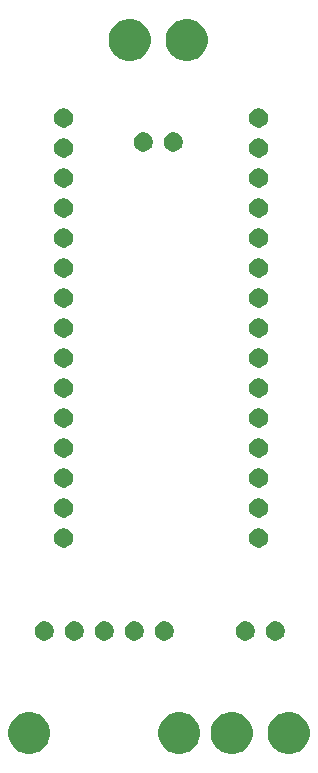
<source format=gbr>
G04 #@! TF.GenerationSoftware,KiCad,Pcbnew,(5.1.2)-1*
G04 #@! TF.CreationDate,2020-03-02T19:29:20-06:00*
G04 #@! TF.ProjectId,NanoBreakoutBoard_Rev1_2020,4e616e6f-4272-4656-916b-6f7574426f61,rev?*
G04 #@! TF.SameCoordinates,Original*
G04 #@! TF.FileFunction,Soldermask,Top*
G04 #@! TF.FilePolarity,Negative*
%FSLAX46Y46*%
G04 Gerber Fmt 4.6, Leading zero omitted, Abs format (unit mm)*
G04 Created by KiCad (PCBNEW (5.1.2)-1) date 2020-03-02 19:29:20*
%MOMM*%
%LPD*%
G04 APERTURE LIST*
%ADD10C,0.100000*%
G04 APERTURE END LIST*
D10*
G36*
X167779039Y-141552250D02*
G01*
X167968372Y-141630675D01*
X168102251Y-141686129D01*
X168393134Y-141880491D01*
X168640509Y-142127866D01*
X168834871Y-142418749D01*
X168834871Y-142418750D01*
X168968750Y-142741961D01*
X169037000Y-143085078D01*
X169037000Y-143434922D01*
X168968750Y-143778039D01*
X168890325Y-143967372D01*
X168834871Y-144101251D01*
X168640509Y-144392134D01*
X168393134Y-144639509D01*
X168102251Y-144833871D01*
X167968372Y-144889325D01*
X167779039Y-144967750D01*
X167435922Y-145036000D01*
X167086078Y-145036000D01*
X166742961Y-144967750D01*
X166553628Y-144889325D01*
X166419749Y-144833871D01*
X166128866Y-144639509D01*
X165881491Y-144392134D01*
X165687129Y-144101251D01*
X165631675Y-143967372D01*
X165553250Y-143778039D01*
X165485000Y-143434922D01*
X165485000Y-143085078D01*
X165553250Y-142741961D01*
X165687129Y-142418750D01*
X165687129Y-142418749D01*
X165881491Y-142127866D01*
X166128866Y-141880491D01*
X166419749Y-141686129D01*
X166553628Y-141630675D01*
X166742961Y-141552250D01*
X167086078Y-141484000D01*
X167435922Y-141484000D01*
X167779039Y-141552250D01*
X167779039Y-141552250D01*
G37*
G36*
X162951039Y-141548250D02*
G01*
X163140372Y-141626675D01*
X163274251Y-141682129D01*
X163565134Y-141876491D01*
X163812509Y-142123866D01*
X164006871Y-142414749D01*
X164008528Y-142418750D01*
X164140750Y-142737961D01*
X164209000Y-143081078D01*
X164209000Y-143430922D01*
X164140750Y-143774039D01*
X164062325Y-143963372D01*
X164006871Y-144097251D01*
X163812509Y-144388134D01*
X163565134Y-144635509D01*
X163274251Y-144829871D01*
X163140372Y-144885325D01*
X162951039Y-144963750D01*
X162607922Y-145032000D01*
X162258078Y-145032000D01*
X161914961Y-144963750D01*
X161725628Y-144885325D01*
X161591749Y-144829871D01*
X161300866Y-144635509D01*
X161053491Y-144388134D01*
X160859129Y-144097251D01*
X160803675Y-143963372D01*
X160725250Y-143774039D01*
X160657000Y-143430922D01*
X160657000Y-143081078D01*
X160725250Y-142737961D01*
X160857472Y-142418750D01*
X160859129Y-142414749D01*
X161053491Y-142123866D01*
X161300866Y-141876491D01*
X161591749Y-141682129D01*
X161725628Y-141626675D01*
X161914961Y-141548250D01*
X162258078Y-141480000D01*
X162607922Y-141480000D01*
X162951039Y-141548250D01*
X162951039Y-141548250D01*
G37*
G36*
X145806039Y-141548250D02*
G01*
X145995372Y-141626675D01*
X146129251Y-141682129D01*
X146420134Y-141876491D01*
X146667509Y-142123866D01*
X146861871Y-142414749D01*
X146863528Y-142418750D01*
X146995750Y-142737961D01*
X147064000Y-143081078D01*
X147064000Y-143430922D01*
X146995750Y-143774039D01*
X146917325Y-143963372D01*
X146861871Y-144097251D01*
X146667509Y-144388134D01*
X146420134Y-144635509D01*
X146129251Y-144829871D01*
X145995372Y-144885325D01*
X145806039Y-144963750D01*
X145462922Y-145032000D01*
X145113078Y-145032000D01*
X144769961Y-144963750D01*
X144580628Y-144885325D01*
X144446749Y-144829871D01*
X144155866Y-144635509D01*
X143908491Y-144388134D01*
X143714129Y-144097251D01*
X143658675Y-143963372D01*
X143580250Y-143774039D01*
X143512000Y-143430922D01*
X143512000Y-143081078D01*
X143580250Y-142737961D01*
X143712472Y-142418750D01*
X143714129Y-142414749D01*
X143908491Y-142123866D01*
X144155866Y-141876491D01*
X144446749Y-141682129D01*
X144580628Y-141626675D01*
X144769961Y-141548250D01*
X145113078Y-141480000D01*
X145462922Y-141480000D01*
X145806039Y-141548250D01*
X145806039Y-141548250D01*
G37*
G36*
X158506039Y-141548250D02*
G01*
X158695372Y-141626675D01*
X158829251Y-141682129D01*
X159120134Y-141876491D01*
X159367509Y-142123866D01*
X159561871Y-142414749D01*
X159563528Y-142418750D01*
X159695750Y-142737961D01*
X159764000Y-143081078D01*
X159764000Y-143430922D01*
X159695750Y-143774039D01*
X159617325Y-143963372D01*
X159561871Y-144097251D01*
X159367509Y-144388134D01*
X159120134Y-144635509D01*
X158829251Y-144829871D01*
X158695372Y-144885325D01*
X158506039Y-144963750D01*
X158162922Y-145032000D01*
X157813078Y-145032000D01*
X157469961Y-144963750D01*
X157280628Y-144885325D01*
X157146749Y-144829871D01*
X156855866Y-144635509D01*
X156608491Y-144388134D01*
X156414129Y-144097251D01*
X156358675Y-143963372D01*
X156280250Y-143774039D01*
X156212000Y-143430922D01*
X156212000Y-143081078D01*
X156280250Y-142737961D01*
X156412472Y-142418750D01*
X156414129Y-142414749D01*
X156608491Y-142123866D01*
X156855866Y-141876491D01*
X157146749Y-141682129D01*
X157280628Y-141626675D01*
X157469961Y-141548250D01*
X157813078Y-141480000D01*
X158162922Y-141480000D01*
X158506039Y-141548250D01*
X158506039Y-141548250D01*
G37*
G36*
X156955142Y-133838242D02*
G01*
X157103101Y-133899529D01*
X157236255Y-133988499D01*
X157349501Y-134101745D01*
X157438471Y-134234899D01*
X157499758Y-134382858D01*
X157531000Y-134539925D01*
X157531000Y-134700075D01*
X157499758Y-134857142D01*
X157438471Y-135005101D01*
X157349501Y-135138255D01*
X157236255Y-135251501D01*
X157103101Y-135340471D01*
X156955142Y-135401758D01*
X156798075Y-135433000D01*
X156637925Y-135433000D01*
X156480858Y-135401758D01*
X156332899Y-135340471D01*
X156199745Y-135251501D01*
X156086499Y-135138255D01*
X155997529Y-135005101D01*
X155936242Y-134857142D01*
X155905000Y-134700075D01*
X155905000Y-134539925D01*
X155936242Y-134382858D01*
X155997529Y-134234899D01*
X156086499Y-134101745D01*
X156199745Y-133988499D01*
X156332899Y-133899529D01*
X156480858Y-133838242D01*
X156637925Y-133807000D01*
X156798075Y-133807000D01*
X156955142Y-133838242D01*
X156955142Y-133838242D01*
G37*
G36*
X154415142Y-133838242D02*
G01*
X154563101Y-133899529D01*
X154696255Y-133988499D01*
X154809501Y-134101745D01*
X154898471Y-134234899D01*
X154959758Y-134382858D01*
X154991000Y-134539925D01*
X154991000Y-134700075D01*
X154959758Y-134857142D01*
X154898471Y-135005101D01*
X154809501Y-135138255D01*
X154696255Y-135251501D01*
X154563101Y-135340471D01*
X154415142Y-135401758D01*
X154258075Y-135433000D01*
X154097925Y-135433000D01*
X153940858Y-135401758D01*
X153792899Y-135340471D01*
X153659745Y-135251501D01*
X153546499Y-135138255D01*
X153457529Y-135005101D01*
X153396242Y-134857142D01*
X153365000Y-134700075D01*
X153365000Y-134539925D01*
X153396242Y-134382858D01*
X153457529Y-134234899D01*
X153546499Y-134101745D01*
X153659745Y-133988499D01*
X153792899Y-133899529D01*
X153940858Y-133838242D01*
X154097925Y-133807000D01*
X154258075Y-133807000D01*
X154415142Y-133838242D01*
X154415142Y-133838242D01*
G37*
G36*
X151875142Y-133838242D02*
G01*
X152023101Y-133899529D01*
X152156255Y-133988499D01*
X152269501Y-134101745D01*
X152358471Y-134234899D01*
X152419758Y-134382858D01*
X152451000Y-134539925D01*
X152451000Y-134700075D01*
X152419758Y-134857142D01*
X152358471Y-135005101D01*
X152269501Y-135138255D01*
X152156255Y-135251501D01*
X152023101Y-135340471D01*
X151875142Y-135401758D01*
X151718075Y-135433000D01*
X151557925Y-135433000D01*
X151400858Y-135401758D01*
X151252899Y-135340471D01*
X151119745Y-135251501D01*
X151006499Y-135138255D01*
X150917529Y-135005101D01*
X150856242Y-134857142D01*
X150825000Y-134700075D01*
X150825000Y-134539925D01*
X150856242Y-134382858D01*
X150917529Y-134234899D01*
X151006499Y-134101745D01*
X151119745Y-133988499D01*
X151252899Y-133899529D01*
X151400858Y-133838242D01*
X151557925Y-133807000D01*
X151718075Y-133807000D01*
X151875142Y-133838242D01*
X151875142Y-133838242D01*
G37*
G36*
X149335142Y-133838242D02*
G01*
X149483101Y-133899529D01*
X149616255Y-133988499D01*
X149729501Y-134101745D01*
X149818471Y-134234899D01*
X149879758Y-134382858D01*
X149911000Y-134539925D01*
X149911000Y-134700075D01*
X149879758Y-134857142D01*
X149818471Y-135005101D01*
X149729501Y-135138255D01*
X149616255Y-135251501D01*
X149483101Y-135340471D01*
X149335142Y-135401758D01*
X149178075Y-135433000D01*
X149017925Y-135433000D01*
X148860858Y-135401758D01*
X148712899Y-135340471D01*
X148579745Y-135251501D01*
X148466499Y-135138255D01*
X148377529Y-135005101D01*
X148316242Y-134857142D01*
X148285000Y-134700075D01*
X148285000Y-134539925D01*
X148316242Y-134382858D01*
X148377529Y-134234899D01*
X148466499Y-134101745D01*
X148579745Y-133988499D01*
X148712899Y-133899529D01*
X148860858Y-133838242D01*
X149017925Y-133807000D01*
X149178075Y-133807000D01*
X149335142Y-133838242D01*
X149335142Y-133838242D01*
G37*
G36*
X146795142Y-133838242D02*
G01*
X146943101Y-133899529D01*
X147076255Y-133988499D01*
X147189501Y-134101745D01*
X147278471Y-134234899D01*
X147339758Y-134382858D01*
X147371000Y-134539925D01*
X147371000Y-134700075D01*
X147339758Y-134857142D01*
X147278471Y-135005101D01*
X147189501Y-135138255D01*
X147076255Y-135251501D01*
X146943101Y-135340471D01*
X146795142Y-135401758D01*
X146638075Y-135433000D01*
X146477925Y-135433000D01*
X146320858Y-135401758D01*
X146172899Y-135340471D01*
X146039745Y-135251501D01*
X145926499Y-135138255D01*
X145837529Y-135005101D01*
X145776242Y-134857142D01*
X145745000Y-134700075D01*
X145745000Y-134539925D01*
X145776242Y-134382858D01*
X145837529Y-134234899D01*
X145926499Y-134101745D01*
X146039745Y-133988499D01*
X146172899Y-133899529D01*
X146320858Y-133838242D01*
X146477925Y-133807000D01*
X146638075Y-133807000D01*
X146795142Y-133838242D01*
X146795142Y-133838242D01*
G37*
G36*
X166353142Y-133838242D02*
G01*
X166501101Y-133899529D01*
X166634255Y-133988499D01*
X166747501Y-134101745D01*
X166836471Y-134234899D01*
X166897758Y-134382858D01*
X166929000Y-134539925D01*
X166929000Y-134700075D01*
X166897758Y-134857142D01*
X166836471Y-135005101D01*
X166747501Y-135138255D01*
X166634255Y-135251501D01*
X166501101Y-135340471D01*
X166353142Y-135401758D01*
X166196075Y-135433000D01*
X166035925Y-135433000D01*
X165878858Y-135401758D01*
X165730899Y-135340471D01*
X165597745Y-135251501D01*
X165484499Y-135138255D01*
X165395529Y-135005101D01*
X165334242Y-134857142D01*
X165303000Y-134700075D01*
X165303000Y-134539925D01*
X165334242Y-134382858D01*
X165395529Y-134234899D01*
X165484499Y-134101745D01*
X165597745Y-133988499D01*
X165730899Y-133899529D01*
X165878858Y-133838242D01*
X166035925Y-133807000D01*
X166196075Y-133807000D01*
X166353142Y-133838242D01*
X166353142Y-133838242D01*
G37*
G36*
X163813142Y-133838242D02*
G01*
X163961101Y-133899529D01*
X164094255Y-133988499D01*
X164207501Y-134101745D01*
X164296471Y-134234899D01*
X164357758Y-134382858D01*
X164389000Y-134539925D01*
X164389000Y-134700075D01*
X164357758Y-134857142D01*
X164296471Y-135005101D01*
X164207501Y-135138255D01*
X164094255Y-135251501D01*
X163961101Y-135340471D01*
X163813142Y-135401758D01*
X163656075Y-135433000D01*
X163495925Y-135433000D01*
X163338858Y-135401758D01*
X163190899Y-135340471D01*
X163057745Y-135251501D01*
X162944499Y-135138255D01*
X162855529Y-135005101D01*
X162794242Y-134857142D01*
X162763000Y-134700075D01*
X162763000Y-134539925D01*
X162794242Y-134382858D01*
X162855529Y-134234899D01*
X162944499Y-134101745D01*
X163057745Y-133988499D01*
X163190899Y-133899529D01*
X163338858Y-133838242D01*
X163495925Y-133807000D01*
X163656075Y-133807000D01*
X163813142Y-133838242D01*
X163813142Y-133838242D01*
G37*
G36*
X148445560Y-125966166D02*
G01*
X148593153Y-126027301D01*
X148725982Y-126116055D01*
X148838945Y-126229018D01*
X148927699Y-126361847D01*
X148988834Y-126509440D01*
X149020000Y-126666123D01*
X149020000Y-126825877D01*
X148988834Y-126982560D01*
X148927699Y-127130153D01*
X148838945Y-127262982D01*
X148725982Y-127375945D01*
X148593153Y-127464699D01*
X148593152Y-127464700D01*
X148593151Y-127464700D01*
X148445560Y-127525834D01*
X148288878Y-127557000D01*
X148129122Y-127557000D01*
X147972440Y-127525834D01*
X147824849Y-127464700D01*
X147824848Y-127464700D01*
X147824847Y-127464699D01*
X147692018Y-127375945D01*
X147579055Y-127262982D01*
X147490301Y-127130153D01*
X147429166Y-126982560D01*
X147398000Y-126825877D01*
X147398000Y-126666123D01*
X147429166Y-126509440D01*
X147490301Y-126361847D01*
X147579055Y-126229018D01*
X147692018Y-126116055D01*
X147824847Y-126027301D01*
X147972440Y-125966166D01*
X148129122Y-125935000D01*
X148288878Y-125935000D01*
X148445560Y-125966166D01*
X148445560Y-125966166D01*
G37*
G36*
X164955560Y-125966166D02*
G01*
X165103153Y-126027301D01*
X165235982Y-126116055D01*
X165348945Y-126229018D01*
X165437699Y-126361847D01*
X165498834Y-126509440D01*
X165530000Y-126666123D01*
X165530000Y-126825877D01*
X165498834Y-126982560D01*
X165437699Y-127130153D01*
X165348945Y-127262982D01*
X165235982Y-127375945D01*
X165103153Y-127464699D01*
X165103152Y-127464700D01*
X165103151Y-127464700D01*
X164955560Y-127525834D01*
X164798878Y-127557000D01*
X164639122Y-127557000D01*
X164482440Y-127525834D01*
X164334849Y-127464700D01*
X164334848Y-127464700D01*
X164334847Y-127464699D01*
X164202018Y-127375945D01*
X164089055Y-127262982D01*
X164000301Y-127130153D01*
X163939166Y-126982560D01*
X163908000Y-126825877D01*
X163908000Y-126666123D01*
X163939166Y-126509440D01*
X164000301Y-126361847D01*
X164089055Y-126229018D01*
X164202018Y-126116055D01*
X164334847Y-126027301D01*
X164482440Y-125966166D01*
X164639122Y-125935000D01*
X164798878Y-125935000D01*
X164955560Y-125966166D01*
X164955560Y-125966166D01*
G37*
G36*
X148445560Y-123426166D02*
G01*
X148593153Y-123487301D01*
X148725982Y-123576055D01*
X148838945Y-123689018D01*
X148927699Y-123821847D01*
X148988834Y-123969440D01*
X149020000Y-124126123D01*
X149020000Y-124285877D01*
X148988834Y-124442560D01*
X148927699Y-124590153D01*
X148838945Y-124722982D01*
X148725982Y-124835945D01*
X148593153Y-124924699D01*
X148593152Y-124924700D01*
X148593151Y-124924700D01*
X148445560Y-124985834D01*
X148288878Y-125017000D01*
X148129122Y-125017000D01*
X147972440Y-124985834D01*
X147824849Y-124924700D01*
X147824848Y-124924700D01*
X147824847Y-124924699D01*
X147692018Y-124835945D01*
X147579055Y-124722982D01*
X147490301Y-124590153D01*
X147429166Y-124442560D01*
X147398000Y-124285877D01*
X147398000Y-124126123D01*
X147429166Y-123969440D01*
X147490301Y-123821847D01*
X147579055Y-123689018D01*
X147692018Y-123576055D01*
X147824847Y-123487301D01*
X147972440Y-123426166D01*
X148129122Y-123395000D01*
X148288878Y-123395000D01*
X148445560Y-123426166D01*
X148445560Y-123426166D01*
G37*
G36*
X164955560Y-123426166D02*
G01*
X165103153Y-123487301D01*
X165235982Y-123576055D01*
X165348945Y-123689018D01*
X165437699Y-123821847D01*
X165498834Y-123969440D01*
X165530000Y-124126123D01*
X165530000Y-124285877D01*
X165498834Y-124442560D01*
X165437699Y-124590153D01*
X165348945Y-124722982D01*
X165235982Y-124835945D01*
X165103153Y-124924699D01*
X165103152Y-124924700D01*
X165103151Y-124924700D01*
X164955560Y-124985834D01*
X164798878Y-125017000D01*
X164639122Y-125017000D01*
X164482440Y-124985834D01*
X164334849Y-124924700D01*
X164334848Y-124924700D01*
X164334847Y-124924699D01*
X164202018Y-124835945D01*
X164089055Y-124722982D01*
X164000301Y-124590153D01*
X163939166Y-124442560D01*
X163908000Y-124285877D01*
X163908000Y-124126123D01*
X163939166Y-123969440D01*
X164000301Y-123821847D01*
X164089055Y-123689018D01*
X164202018Y-123576055D01*
X164334847Y-123487301D01*
X164482440Y-123426166D01*
X164639122Y-123395000D01*
X164798878Y-123395000D01*
X164955560Y-123426166D01*
X164955560Y-123426166D01*
G37*
G36*
X148445560Y-120886166D02*
G01*
X148593153Y-120947301D01*
X148725982Y-121036055D01*
X148838945Y-121149018D01*
X148927699Y-121281847D01*
X148988834Y-121429440D01*
X149020000Y-121586123D01*
X149020000Y-121745877D01*
X148988834Y-121902560D01*
X148927699Y-122050153D01*
X148838945Y-122182982D01*
X148725982Y-122295945D01*
X148593153Y-122384699D01*
X148593152Y-122384700D01*
X148593151Y-122384700D01*
X148445560Y-122445834D01*
X148288878Y-122477000D01*
X148129122Y-122477000D01*
X147972440Y-122445834D01*
X147824849Y-122384700D01*
X147824848Y-122384700D01*
X147824847Y-122384699D01*
X147692018Y-122295945D01*
X147579055Y-122182982D01*
X147490301Y-122050153D01*
X147429166Y-121902560D01*
X147398000Y-121745877D01*
X147398000Y-121586123D01*
X147429166Y-121429440D01*
X147490301Y-121281847D01*
X147579055Y-121149018D01*
X147692018Y-121036055D01*
X147824847Y-120947301D01*
X147972440Y-120886166D01*
X148129122Y-120855000D01*
X148288878Y-120855000D01*
X148445560Y-120886166D01*
X148445560Y-120886166D01*
G37*
G36*
X164955560Y-120886166D02*
G01*
X165103153Y-120947301D01*
X165235982Y-121036055D01*
X165348945Y-121149018D01*
X165437699Y-121281847D01*
X165498834Y-121429440D01*
X165530000Y-121586123D01*
X165530000Y-121745877D01*
X165498834Y-121902560D01*
X165437699Y-122050153D01*
X165348945Y-122182982D01*
X165235982Y-122295945D01*
X165103153Y-122384699D01*
X165103152Y-122384700D01*
X165103151Y-122384700D01*
X164955560Y-122445834D01*
X164798878Y-122477000D01*
X164639122Y-122477000D01*
X164482440Y-122445834D01*
X164334849Y-122384700D01*
X164334848Y-122384700D01*
X164334847Y-122384699D01*
X164202018Y-122295945D01*
X164089055Y-122182982D01*
X164000301Y-122050153D01*
X163939166Y-121902560D01*
X163908000Y-121745877D01*
X163908000Y-121586123D01*
X163939166Y-121429440D01*
X164000301Y-121281847D01*
X164089055Y-121149018D01*
X164202018Y-121036055D01*
X164334847Y-120947301D01*
X164482440Y-120886166D01*
X164639122Y-120855000D01*
X164798878Y-120855000D01*
X164955560Y-120886166D01*
X164955560Y-120886166D01*
G37*
G36*
X148445560Y-118346166D02*
G01*
X148593153Y-118407301D01*
X148725982Y-118496055D01*
X148838945Y-118609018D01*
X148927699Y-118741847D01*
X148988834Y-118889440D01*
X149020000Y-119046123D01*
X149020000Y-119205877D01*
X148988834Y-119362560D01*
X148927699Y-119510153D01*
X148838945Y-119642982D01*
X148725982Y-119755945D01*
X148593153Y-119844699D01*
X148593152Y-119844700D01*
X148593151Y-119844700D01*
X148445560Y-119905834D01*
X148288878Y-119937000D01*
X148129122Y-119937000D01*
X147972440Y-119905834D01*
X147824849Y-119844700D01*
X147824848Y-119844700D01*
X147824847Y-119844699D01*
X147692018Y-119755945D01*
X147579055Y-119642982D01*
X147490301Y-119510153D01*
X147429166Y-119362560D01*
X147398000Y-119205877D01*
X147398000Y-119046123D01*
X147429166Y-118889440D01*
X147490301Y-118741847D01*
X147579055Y-118609018D01*
X147692018Y-118496055D01*
X147824847Y-118407301D01*
X147972440Y-118346166D01*
X148129122Y-118315000D01*
X148288878Y-118315000D01*
X148445560Y-118346166D01*
X148445560Y-118346166D01*
G37*
G36*
X164955560Y-118346166D02*
G01*
X165103153Y-118407301D01*
X165235982Y-118496055D01*
X165348945Y-118609018D01*
X165437699Y-118741847D01*
X165498834Y-118889440D01*
X165530000Y-119046123D01*
X165530000Y-119205877D01*
X165498834Y-119362560D01*
X165437699Y-119510153D01*
X165348945Y-119642982D01*
X165235982Y-119755945D01*
X165103153Y-119844699D01*
X165103152Y-119844700D01*
X165103151Y-119844700D01*
X164955560Y-119905834D01*
X164798878Y-119937000D01*
X164639122Y-119937000D01*
X164482440Y-119905834D01*
X164334849Y-119844700D01*
X164334848Y-119844700D01*
X164334847Y-119844699D01*
X164202018Y-119755945D01*
X164089055Y-119642982D01*
X164000301Y-119510153D01*
X163939166Y-119362560D01*
X163908000Y-119205877D01*
X163908000Y-119046123D01*
X163939166Y-118889440D01*
X164000301Y-118741847D01*
X164089055Y-118609018D01*
X164202018Y-118496055D01*
X164334847Y-118407301D01*
X164482440Y-118346166D01*
X164639122Y-118315000D01*
X164798878Y-118315000D01*
X164955560Y-118346166D01*
X164955560Y-118346166D01*
G37*
G36*
X148445560Y-115806166D02*
G01*
X148593153Y-115867301D01*
X148725982Y-115956055D01*
X148838945Y-116069018D01*
X148927699Y-116201847D01*
X148988834Y-116349440D01*
X149020000Y-116506123D01*
X149020000Y-116665877D01*
X148988834Y-116822560D01*
X148927699Y-116970153D01*
X148838945Y-117102982D01*
X148725982Y-117215945D01*
X148593153Y-117304699D01*
X148593152Y-117304700D01*
X148593151Y-117304700D01*
X148445560Y-117365834D01*
X148288878Y-117397000D01*
X148129122Y-117397000D01*
X147972440Y-117365834D01*
X147824849Y-117304700D01*
X147824848Y-117304700D01*
X147824847Y-117304699D01*
X147692018Y-117215945D01*
X147579055Y-117102982D01*
X147490301Y-116970153D01*
X147429166Y-116822560D01*
X147398000Y-116665877D01*
X147398000Y-116506123D01*
X147429166Y-116349440D01*
X147490301Y-116201847D01*
X147579055Y-116069018D01*
X147692018Y-115956055D01*
X147824847Y-115867301D01*
X147972440Y-115806166D01*
X148129122Y-115775000D01*
X148288878Y-115775000D01*
X148445560Y-115806166D01*
X148445560Y-115806166D01*
G37*
G36*
X164955560Y-115806166D02*
G01*
X165103153Y-115867301D01*
X165235982Y-115956055D01*
X165348945Y-116069018D01*
X165437699Y-116201847D01*
X165498834Y-116349440D01*
X165530000Y-116506123D01*
X165530000Y-116665877D01*
X165498834Y-116822560D01*
X165437699Y-116970153D01*
X165348945Y-117102982D01*
X165235982Y-117215945D01*
X165103153Y-117304699D01*
X165103152Y-117304700D01*
X165103151Y-117304700D01*
X164955560Y-117365834D01*
X164798878Y-117397000D01*
X164639122Y-117397000D01*
X164482440Y-117365834D01*
X164334849Y-117304700D01*
X164334848Y-117304700D01*
X164334847Y-117304699D01*
X164202018Y-117215945D01*
X164089055Y-117102982D01*
X164000301Y-116970153D01*
X163939166Y-116822560D01*
X163908000Y-116665877D01*
X163908000Y-116506123D01*
X163939166Y-116349440D01*
X164000301Y-116201847D01*
X164089055Y-116069018D01*
X164202018Y-115956055D01*
X164334847Y-115867301D01*
X164482440Y-115806166D01*
X164639122Y-115775000D01*
X164798878Y-115775000D01*
X164955560Y-115806166D01*
X164955560Y-115806166D01*
G37*
G36*
X164955560Y-113266166D02*
G01*
X165103153Y-113327301D01*
X165235982Y-113416055D01*
X165348945Y-113529018D01*
X165437699Y-113661847D01*
X165498834Y-113809440D01*
X165530000Y-113966123D01*
X165530000Y-114125877D01*
X165498834Y-114282560D01*
X165437699Y-114430153D01*
X165348945Y-114562982D01*
X165235982Y-114675945D01*
X165103153Y-114764699D01*
X165103152Y-114764700D01*
X165103151Y-114764700D01*
X164955560Y-114825834D01*
X164798878Y-114857000D01*
X164639122Y-114857000D01*
X164482440Y-114825834D01*
X164334849Y-114764700D01*
X164334848Y-114764700D01*
X164334847Y-114764699D01*
X164202018Y-114675945D01*
X164089055Y-114562982D01*
X164000301Y-114430153D01*
X163939166Y-114282560D01*
X163908000Y-114125877D01*
X163908000Y-113966123D01*
X163939166Y-113809440D01*
X164000301Y-113661847D01*
X164089055Y-113529018D01*
X164202018Y-113416055D01*
X164334847Y-113327301D01*
X164482440Y-113266166D01*
X164639122Y-113235000D01*
X164798878Y-113235000D01*
X164955560Y-113266166D01*
X164955560Y-113266166D01*
G37*
G36*
X148445560Y-113266166D02*
G01*
X148593153Y-113327301D01*
X148725982Y-113416055D01*
X148838945Y-113529018D01*
X148927699Y-113661847D01*
X148988834Y-113809440D01*
X149020000Y-113966123D01*
X149020000Y-114125877D01*
X148988834Y-114282560D01*
X148927699Y-114430153D01*
X148838945Y-114562982D01*
X148725982Y-114675945D01*
X148593153Y-114764699D01*
X148593152Y-114764700D01*
X148593151Y-114764700D01*
X148445560Y-114825834D01*
X148288878Y-114857000D01*
X148129122Y-114857000D01*
X147972440Y-114825834D01*
X147824849Y-114764700D01*
X147824848Y-114764700D01*
X147824847Y-114764699D01*
X147692018Y-114675945D01*
X147579055Y-114562982D01*
X147490301Y-114430153D01*
X147429166Y-114282560D01*
X147398000Y-114125877D01*
X147398000Y-113966123D01*
X147429166Y-113809440D01*
X147490301Y-113661847D01*
X147579055Y-113529018D01*
X147692018Y-113416055D01*
X147824847Y-113327301D01*
X147972440Y-113266166D01*
X148129122Y-113235000D01*
X148288878Y-113235000D01*
X148445560Y-113266166D01*
X148445560Y-113266166D01*
G37*
G36*
X148445560Y-110726166D02*
G01*
X148593153Y-110787301D01*
X148725982Y-110876055D01*
X148838945Y-110989018D01*
X148927699Y-111121847D01*
X148988834Y-111269440D01*
X149020000Y-111426123D01*
X149020000Y-111585877D01*
X148988834Y-111742560D01*
X148927699Y-111890153D01*
X148838945Y-112022982D01*
X148725982Y-112135945D01*
X148593153Y-112224699D01*
X148593152Y-112224700D01*
X148593151Y-112224700D01*
X148445560Y-112285834D01*
X148288878Y-112317000D01*
X148129122Y-112317000D01*
X147972440Y-112285834D01*
X147824849Y-112224700D01*
X147824848Y-112224700D01*
X147824847Y-112224699D01*
X147692018Y-112135945D01*
X147579055Y-112022982D01*
X147490301Y-111890153D01*
X147429166Y-111742560D01*
X147398000Y-111585877D01*
X147398000Y-111426123D01*
X147429166Y-111269440D01*
X147490301Y-111121847D01*
X147579055Y-110989018D01*
X147692018Y-110876055D01*
X147824847Y-110787301D01*
X147972440Y-110726166D01*
X148129122Y-110695000D01*
X148288878Y-110695000D01*
X148445560Y-110726166D01*
X148445560Y-110726166D01*
G37*
G36*
X164955560Y-110726166D02*
G01*
X165103153Y-110787301D01*
X165235982Y-110876055D01*
X165348945Y-110989018D01*
X165437699Y-111121847D01*
X165498834Y-111269440D01*
X165530000Y-111426123D01*
X165530000Y-111585877D01*
X165498834Y-111742560D01*
X165437699Y-111890153D01*
X165348945Y-112022982D01*
X165235982Y-112135945D01*
X165103153Y-112224699D01*
X165103152Y-112224700D01*
X165103151Y-112224700D01*
X164955560Y-112285834D01*
X164798878Y-112317000D01*
X164639122Y-112317000D01*
X164482440Y-112285834D01*
X164334849Y-112224700D01*
X164334848Y-112224700D01*
X164334847Y-112224699D01*
X164202018Y-112135945D01*
X164089055Y-112022982D01*
X164000301Y-111890153D01*
X163939166Y-111742560D01*
X163908000Y-111585877D01*
X163908000Y-111426123D01*
X163939166Y-111269440D01*
X164000301Y-111121847D01*
X164089055Y-110989018D01*
X164202018Y-110876055D01*
X164334847Y-110787301D01*
X164482440Y-110726166D01*
X164639122Y-110695000D01*
X164798878Y-110695000D01*
X164955560Y-110726166D01*
X164955560Y-110726166D01*
G37*
G36*
X148445560Y-108186166D02*
G01*
X148593153Y-108247301D01*
X148725982Y-108336055D01*
X148838945Y-108449018D01*
X148927699Y-108581847D01*
X148988834Y-108729440D01*
X149020000Y-108886123D01*
X149020000Y-109045877D01*
X148988834Y-109202560D01*
X148927699Y-109350153D01*
X148838945Y-109482982D01*
X148725982Y-109595945D01*
X148593153Y-109684699D01*
X148593152Y-109684700D01*
X148593151Y-109684700D01*
X148445560Y-109745834D01*
X148288878Y-109777000D01*
X148129122Y-109777000D01*
X147972440Y-109745834D01*
X147824849Y-109684700D01*
X147824848Y-109684700D01*
X147824847Y-109684699D01*
X147692018Y-109595945D01*
X147579055Y-109482982D01*
X147490301Y-109350153D01*
X147429166Y-109202560D01*
X147398000Y-109045877D01*
X147398000Y-108886123D01*
X147429166Y-108729440D01*
X147490301Y-108581847D01*
X147579055Y-108449018D01*
X147692018Y-108336055D01*
X147824847Y-108247301D01*
X147972440Y-108186166D01*
X148129122Y-108155000D01*
X148288878Y-108155000D01*
X148445560Y-108186166D01*
X148445560Y-108186166D01*
G37*
G36*
X164955560Y-108186166D02*
G01*
X165103153Y-108247301D01*
X165235982Y-108336055D01*
X165348945Y-108449018D01*
X165437699Y-108581847D01*
X165498834Y-108729440D01*
X165530000Y-108886123D01*
X165530000Y-109045877D01*
X165498834Y-109202560D01*
X165437699Y-109350153D01*
X165348945Y-109482982D01*
X165235982Y-109595945D01*
X165103153Y-109684699D01*
X165103152Y-109684700D01*
X165103151Y-109684700D01*
X164955560Y-109745834D01*
X164798878Y-109777000D01*
X164639122Y-109777000D01*
X164482440Y-109745834D01*
X164334849Y-109684700D01*
X164334848Y-109684700D01*
X164334847Y-109684699D01*
X164202018Y-109595945D01*
X164089055Y-109482982D01*
X164000301Y-109350153D01*
X163939166Y-109202560D01*
X163908000Y-109045877D01*
X163908000Y-108886123D01*
X163939166Y-108729440D01*
X164000301Y-108581847D01*
X164089055Y-108449018D01*
X164202018Y-108336055D01*
X164334847Y-108247301D01*
X164482440Y-108186166D01*
X164639122Y-108155000D01*
X164798878Y-108155000D01*
X164955560Y-108186166D01*
X164955560Y-108186166D01*
G37*
G36*
X164955560Y-105646166D02*
G01*
X165103153Y-105707301D01*
X165235982Y-105796055D01*
X165348945Y-105909018D01*
X165437699Y-106041847D01*
X165498834Y-106189440D01*
X165530000Y-106346123D01*
X165530000Y-106505877D01*
X165498834Y-106662560D01*
X165437699Y-106810153D01*
X165348945Y-106942982D01*
X165235982Y-107055945D01*
X165103153Y-107144699D01*
X165103152Y-107144700D01*
X165103151Y-107144700D01*
X164955560Y-107205834D01*
X164798878Y-107237000D01*
X164639122Y-107237000D01*
X164482440Y-107205834D01*
X164334849Y-107144700D01*
X164334848Y-107144700D01*
X164334847Y-107144699D01*
X164202018Y-107055945D01*
X164089055Y-106942982D01*
X164000301Y-106810153D01*
X163939166Y-106662560D01*
X163908000Y-106505877D01*
X163908000Y-106346123D01*
X163939166Y-106189440D01*
X164000301Y-106041847D01*
X164089055Y-105909018D01*
X164202018Y-105796055D01*
X164334847Y-105707301D01*
X164482440Y-105646166D01*
X164639122Y-105615000D01*
X164798878Y-105615000D01*
X164955560Y-105646166D01*
X164955560Y-105646166D01*
G37*
G36*
X148445560Y-105646166D02*
G01*
X148593153Y-105707301D01*
X148725982Y-105796055D01*
X148838945Y-105909018D01*
X148927699Y-106041847D01*
X148988834Y-106189440D01*
X149020000Y-106346123D01*
X149020000Y-106505877D01*
X148988834Y-106662560D01*
X148927699Y-106810153D01*
X148838945Y-106942982D01*
X148725982Y-107055945D01*
X148593153Y-107144699D01*
X148593152Y-107144700D01*
X148593151Y-107144700D01*
X148445560Y-107205834D01*
X148288878Y-107237000D01*
X148129122Y-107237000D01*
X147972440Y-107205834D01*
X147824849Y-107144700D01*
X147824848Y-107144700D01*
X147824847Y-107144699D01*
X147692018Y-107055945D01*
X147579055Y-106942982D01*
X147490301Y-106810153D01*
X147429166Y-106662560D01*
X147398000Y-106505877D01*
X147398000Y-106346123D01*
X147429166Y-106189440D01*
X147490301Y-106041847D01*
X147579055Y-105909018D01*
X147692018Y-105796055D01*
X147824847Y-105707301D01*
X147972440Y-105646166D01*
X148129122Y-105615000D01*
X148288878Y-105615000D01*
X148445560Y-105646166D01*
X148445560Y-105646166D01*
G37*
G36*
X148445560Y-103106166D02*
G01*
X148593153Y-103167301D01*
X148725982Y-103256055D01*
X148838945Y-103369018D01*
X148927699Y-103501847D01*
X148988834Y-103649440D01*
X149020000Y-103806123D01*
X149020000Y-103965877D01*
X148988834Y-104122560D01*
X148927699Y-104270153D01*
X148838945Y-104402982D01*
X148725982Y-104515945D01*
X148593153Y-104604699D01*
X148593152Y-104604700D01*
X148593151Y-104604700D01*
X148445560Y-104665834D01*
X148288878Y-104697000D01*
X148129122Y-104697000D01*
X147972440Y-104665834D01*
X147824849Y-104604700D01*
X147824848Y-104604700D01*
X147824847Y-104604699D01*
X147692018Y-104515945D01*
X147579055Y-104402982D01*
X147490301Y-104270153D01*
X147429166Y-104122560D01*
X147398000Y-103965877D01*
X147398000Y-103806123D01*
X147429166Y-103649440D01*
X147490301Y-103501847D01*
X147579055Y-103369018D01*
X147692018Y-103256055D01*
X147824847Y-103167301D01*
X147972440Y-103106166D01*
X148129122Y-103075000D01*
X148288878Y-103075000D01*
X148445560Y-103106166D01*
X148445560Y-103106166D01*
G37*
G36*
X164955560Y-103106166D02*
G01*
X165103153Y-103167301D01*
X165235982Y-103256055D01*
X165348945Y-103369018D01*
X165437699Y-103501847D01*
X165498834Y-103649440D01*
X165530000Y-103806123D01*
X165530000Y-103965877D01*
X165498834Y-104122560D01*
X165437699Y-104270153D01*
X165348945Y-104402982D01*
X165235982Y-104515945D01*
X165103153Y-104604699D01*
X165103152Y-104604700D01*
X165103151Y-104604700D01*
X164955560Y-104665834D01*
X164798878Y-104697000D01*
X164639122Y-104697000D01*
X164482440Y-104665834D01*
X164334849Y-104604700D01*
X164334848Y-104604700D01*
X164334847Y-104604699D01*
X164202018Y-104515945D01*
X164089055Y-104402982D01*
X164000301Y-104270153D01*
X163939166Y-104122560D01*
X163908000Y-103965877D01*
X163908000Y-103806123D01*
X163939166Y-103649440D01*
X164000301Y-103501847D01*
X164089055Y-103369018D01*
X164202018Y-103256055D01*
X164334847Y-103167301D01*
X164482440Y-103106166D01*
X164639122Y-103075000D01*
X164798878Y-103075000D01*
X164955560Y-103106166D01*
X164955560Y-103106166D01*
G37*
G36*
X148445560Y-100566166D02*
G01*
X148593153Y-100627301D01*
X148725982Y-100716055D01*
X148838945Y-100829018D01*
X148927699Y-100961847D01*
X148988834Y-101109440D01*
X149020000Y-101266123D01*
X149020000Y-101425877D01*
X148988834Y-101582560D01*
X148927699Y-101730153D01*
X148838945Y-101862982D01*
X148725982Y-101975945D01*
X148593153Y-102064699D01*
X148593152Y-102064700D01*
X148593151Y-102064700D01*
X148445560Y-102125834D01*
X148288878Y-102157000D01*
X148129122Y-102157000D01*
X147972440Y-102125834D01*
X147824849Y-102064700D01*
X147824848Y-102064700D01*
X147824847Y-102064699D01*
X147692018Y-101975945D01*
X147579055Y-101862982D01*
X147490301Y-101730153D01*
X147429166Y-101582560D01*
X147398000Y-101425877D01*
X147398000Y-101266123D01*
X147429166Y-101109440D01*
X147490301Y-100961847D01*
X147579055Y-100829018D01*
X147692018Y-100716055D01*
X147824847Y-100627301D01*
X147972440Y-100566166D01*
X148129122Y-100535000D01*
X148288878Y-100535000D01*
X148445560Y-100566166D01*
X148445560Y-100566166D01*
G37*
G36*
X164955560Y-100566166D02*
G01*
X165103153Y-100627301D01*
X165235982Y-100716055D01*
X165348945Y-100829018D01*
X165437699Y-100961847D01*
X165498834Y-101109440D01*
X165530000Y-101266123D01*
X165530000Y-101425877D01*
X165498834Y-101582560D01*
X165437699Y-101730153D01*
X165348945Y-101862982D01*
X165235982Y-101975945D01*
X165103153Y-102064699D01*
X165103152Y-102064700D01*
X165103151Y-102064700D01*
X164955560Y-102125834D01*
X164798878Y-102157000D01*
X164639122Y-102157000D01*
X164482440Y-102125834D01*
X164334849Y-102064700D01*
X164334848Y-102064700D01*
X164334847Y-102064699D01*
X164202018Y-101975945D01*
X164089055Y-101862982D01*
X164000301Y-101730153D01*
X163939166Y-101582560D01*
X163908000Y-101425877D01*
X163908000Y-101266123D01*
X163939166Y-101109440D01*
X164000301Y-100961847D01*
X164089055Y-100829018D01*
X164202018Y-100716055D01*
X164334847Y-100627301D01*
X164482440Y-100566166D01*
X164639122Y-100535000D01*
X164798878Y-100535000D01*
X164955560Y-100566166D01*
X164955560Y-100566166D01*
G37*
G36*
X148445560Y-98026166D02*
G01*
X148593153Y-98087301D01*
X148725982Y-98176055D01*
X148838945Y-98289018D01*
X148927699Y-98421847D01*
X148988834Y-98569440D01*
X149020000Y-98726123D01*
X149020000Y-98885877D01*
X148988834Y-99042560D01*
X148927699Y-99190153D01*
X148838945Y-99322982D01*
X148725982Y-99435945D01*
X148593153Y-99524699D01*
X148593152Y-99524700D01*
X148593151Y-99524700D01*
X148445560Y-99585834D01*
X148288878Y-99617000D01*
X148129122Y-99617000D01*
X147972440Y-99585834D01*
X147824849Y-99524700D01*
X147824848Y-99524700D01*
X147824847Y-99524699D01*
X147692018Y-99435945D01*
X147579055Y-99322982D01*
X147490301Y-99190153D01*
X147429166Y-99042560D01*
X147398000Y-98885877D01*
X147398000Y-98726123D01*
X147429166Y-98569440D01*
X147490301Y-98421847D01*
X147579055Y-98289018D01*
X147692018Y-98176055D01*
X147824847Y-98087301D01*
X147972440Y-98026166D01*
X148129122Y-97995000D01*
X148288878Y-97995000D01*
X148445560Y-98026166D01*
X148445560Y-98026166D01*
G37*
G36*
X164955560Y-98026166D02*
G01*
X165103153Y-98087301D01*
X165235982Y-98176055D01*
X165348945Y-98289018D01*
X165437699Y-98421847D01*
X165498834Y-98569440D01*
X165530000Y-98726123D01*
X165530000Y-98885877D01*
X165498834Y-99042560D01*
X165437699Y-99190153D01*
X165348945Y-99322982D01*
X165235982Y-99435945D01*
X165103153Y-99524699D01*
X165103152Y-99524700D01*
X165103151Y-99524700D01*
X164955560Y-99585834D01*
X164798878Y-99617000D01*
X164639122Y-99617000D01*
X164482440Y-99585834D01*
X164334849Y-99524700D01*
X164334848Y-99524700D01*
X164334847Y-99524699D01*
X164202018Y-99435945D01*
X164089055Y-99322982D01*
X164000301Y-99190153D01*
X163939166Y-99042560D01*
X163908000Y-98885877D01*
X163908000Y-98726123D01*
X163939166Y-98569440D01*
X164000301Y-98421847D01*
X164089055Y-98289018D01*
X164202018Y-98176055D01*
X164334847Y-98087301D01*
X164482440Y-98026166D01*
X164639122Y-97995000D01*
X164798878Y-97995000D01*
X164955560Y-98026166D01*
X164955560Y-98026166D01*
G37*
G36*
X164955560Y-95486166D02*
G01*
X165103153Y-95547301D01*
X165235982Y-95636055D01*
X165348945Y-95749018D01*
X165437699Y-95881847D01*
X165498834Y-96029440D01*
X165530000Y-96186123D01*
X165530000Y-96345877D01*
X165498834Y-96502560D01*
X165437699Y-96650153D01*
X165348945Y-96782982D01*
X165235982Y-96895945D01*
X165103153Y-96984699D01*
X165103152Y-96984700D01*
X165103151Y-96984700D01*
X164955560Y-97045834D01*
X164798878Y-97077000D01*
X164639122Y-97077000D01*
X164482440Y-97045834D01*
X164334849Y-96984700D01*
X164334848Y-96984700D01*
X164334847Y-96984699D01*
X164202018Y-96895945D01*
X164089055Y-96782982D01*
X164000301Y-96650153D01*
X163939166Y-96502560D01*
X163908000Y-96345877D01*
X163908000Y-96186123D01*
X163939166Y-96029440D01*
X164000301Y-95881847D01*
X164089055Y-95749018D01*
X164202018Y-95636055D01*
X164334847Y-95547301D01*
X164482440Y-95486166D01*
X164639122Y-95455000D01*
X164798878Y-95455000D01*
X164955560Y-95486166D01*
X164955560Y-95486166D01*
G37*
G36*
X148445560Y-95486166D02*
G01*
X148593153Y-95547301D01*
X148725982Y-95636055D01*
X148838945Y-95749018D01*
X148927699Y-95881847D01*
X148988834Y-96029440D01*
X149020000Y-96186123D01*
X149020000Y-96345877D01*
X148988834Y-96502560D01*
X148927699Y-96650153D01*
X148838945Y-96782982D01*
X148725982Y-96895945D01*
X148593153Y-96984699D01*
X148593152Y-96984700D01*
X148593151Y-96984700D01*
X148445560Y-97045834D01*
X148288878Y-97077000D01*
X148129122Y-97077000D01*
X147972440Y-97045834D01*
X147824849Y-96984700D01*
X147824848Y-96984700D01*
X147824847Y-96984699D01*
X147692018Y-96895945D01*
X147579055Y-96782982D01*
X147490301Y-96650153D01*
X147429166Y-96502560D01*
X147398000Y-96345877D01*
X147398000Y-96186123D01*
X147429166Y-96029440D01*
X147490301Y-95881847D01*
X147579055Y-95749018D01*
X147692018Y-95636055D01*
X147824847Y-95547301D01*
X147972440Y-95486166D01*
X148129122Y-95455000D01*
X148288878Y-95455000D01*
X148445560Y-95486166D01*
X148445560Y-95486166D01*
G37*
G36*
X148445560Y-92946166D02*
G01*
X148593153Y-93007301D01*
X148725982Y-93096055D01*
X148838945Y-93209018D01*
X148898451Y-93298074D01*
X148927700Y-93341849D01*
X148988834Y-93489440D01*
X149011443Y-93603101D01*
X149020000Y-93646123D01*
X149020000Y-93805877D01*
X148988834Y-93962560D01*
X148927699Y-94110153D01*
X148838945Y-94242982D01*
X148725982Y-94355945D01*
X148593153Y-94444699D01*
X148593152Y-94444700D01*
X148593151Y-94444700D01*
X148445560Y-94505834D01*
X148288878Y-94537000D01*
X148129122Y-94537000D01*
X147972440Y-94505834D01*
X147824849Y-94444700D01*
X147824848Y-94444700D01*
X147824847Y-94444699D01*
X147692018Y-94355945D01*
X147579055Y-94242982D01*
X147490301Y-94110153D01*
X147429166Y-93962560D01*
X147398000Y-93805877D01*
X147398000Y-93646123D01*
X147406558Y-93603101D01*
X147429166Y-93489440D01*
X147490300Y-93341849D01*
X147519550Y-93298074D01*
X147579055Y-93209018D01*
X147692018Y-93096055D01*
X147824847Y-93007301D01*
X147972440Y-92946166D01*
X148129122Y-92915000D01*
X148288878Y-92915000D01*
X148445560Y-92946166D01*
X148445560Y-92946166D01*
G37*
G36*
X164955560Y-92946166D02*
G01*
X165103153Y-93007301D01*
X165235982Y-93096055D01*
X165348945Y-93209018D01*
X165408451Y-93298074D01*
X165437700Y-93341849D01*
X165498834Y-93489440D01*
X165521443Y-93603101D01*
X165530000Y-93646123D01*
X165530000Y-93805877D01*
X165498834Y-93962560D01*
X165437699Y-94110153D01*
X165348945Y-94242982D01*
X165235982Y-94355945D01*
X165103153Y-94444699D01*
X165103152Y-94444700D01*
X165103151Y-94444700D01*
X164955560Y-94505834D01*
X164798878Y-94537000D01*
X164639122Y-94537000D01*
X164482440Y-94505834D01*
X164334849Y-94444700D01*
X164334848Y-94444700D01*
X164334847Y-94444699D01*
X164202018Y-94355945D01*
X164089055Y-94242982D01*
X164000301Y-94110153D01*
X163939166Y-93962560D01*
X163908000Y-93805877D01*
X163908000Y-93646123D01*
X163916558Y-93603101D01*
X163939166Y-93489440D01*
X164000300Y-93341849D01*
X164029550Y-93298074D01*
X164089055Y-93209018D01*
X164202018Y-93096055D01*
X164334847Y-93007301D01*
X164482440Y-92946166D01*
X164639122Y-92915000D01*
X164798878Y-92915000D01*
X164955560Y-92946166D01*
X164955560Y-92946166D01*
G37*
G36*
X157717142Y-92436242D02*
G01*
X157865101Y-92497529D01*
X157998255Y-92586499D01*
X158111501Y-92699745D01*
X158200471Y-92832899D01*
X158261758Y-92980858D01*
X158293000Y-93137925D01*
X158293000Y-93298075D01*
X158261758Y-93455142D01*
X158200471Y-93603101D01*
X158111501Y-93736255D01*
X157998255Y-93849501D01*
X157865101Y-93938471D01*
X157717142Y-93999758D01*
X157560075Y-94031000D01*
X157399925Y-94031000D01*
X157242858Y-93999758D01*
X157094899Y-93938471D01*
X156961745Y-93849501D01*
X156848499Y-93736255D01*
X156759529Y-93603101D01*
X156698242Y-93455142D01*
X156667000Y-93298075D01*
X156667000Y-93137925D01*
X156698242Y-92980858D01*
X156759529Y-92832899D01*
X156848499Y-92699745D01*
X156961745Y-92586499D01*
X157094899Y-92497529D01*
X157242858Y-92436242D01*
X157399925Y-92405000D01*
X157560075Y-92405000D01*
X157717142Y-92436242D01*
X157717142Y-92436242D01*
G37*
G36*
X155177142Y-92436242D02*
G01*
X155325101Y-92497529D01*
X155458255Y-92586499D01*
X155571501Y-92699745D01*
X155660471Y-92832899D01*
X155721758Y-92980858D01*
X155753000Y-93137925D01*
X155753000Y-93298075D01*
X155721758Y-93455142D01*
X155660471Y-93603101D01*
X155571501Y-93736255D01*
X155458255Y-93849501D01*
X155325101Y-93938471D01*
X155177142Y-93999758D01*
X155020075Y-94031000D01*
X154859925Y-94031000D01*
X154702858Y-93999758D01*
X154554899Y-93938471D01*
X154421745Y-93849501D01*
X154308499Y-93736255D01*
X154219529Y-93603101D01*
X154158242Y-93455142D01*
X154127000Y-93298075D01*
X154127000Y-93137925D01*
X154158242Y-92980858D01*
X154219529Y-92832899D01*
X154308499Y-92699745D01*
X154421745Y-92586499D01*
X154554899Y-92497529D01*
X154702858Y-92436242D01*
X154859925Y-92405000D01*
X155020075Y-92405000D01*
X155177142Y-92436242D01*
X155177142Y-92436242D01*
G37*
G36*
X148445560Y-90406166D02*
G01*
X148593153Y-90467301D01*
X148725982Y-90556055D01*
X148838945Y-90669018D01*
X148927699Y-90801847D01*
X148988834Y-90949440D01*
X149020000Y-91106123D01*
X149020000Y-91265877D01*
X148988834Y-91422560D01*
X148927699Y-91570153D01*
X148838945Y-91702982D01*
X148725982Y-91815945D01*
X148593153Y-91904699D01*
X148593152Y-91904700D01*
X148593151Y-91904700D01*
X148445560Y-91965834D01*
X148288878Y-91997000D01*
X148129122Y-91997000D01*
X147972440Y-91965834D01*
X147824849Y-91904700D01*
X147824848Y-91904700D01*
X147824847Y-91904699D01*
X147692018Y-91815945D01*
X147579055Y-91702982D01*
X147490301Y-91570153D01*
X147429166Y-91422560D01*
X147398000Y-91265877D01*
X147398000Y-91106123D01*
X147429166Y-90949440D01*
X147490301Y-90801847D01*
X147579055Y-90669018D01*
X147692018Y-90556055D01*
X147824847Y-90467301D01*
X147972440Y-90406166D01*
X148129122Y-90375000D01*
X148288878Y-90375000D01*
X148445560Y-90406166D01*
X148445560Y-90406166D01*
G37*
G36*
X164955560Y-90406166D02*
G01*
X165103153Y-90467301D01*
X165235982Y-90556055D01*
X165348945Y-90669018D01*
X165437699Y-90801847D01*
X165498834Y-90949440D01*
X165530000Y-91106123D01*
X165530000Y-91265877D01*
X165498834Y-91422560D01*
X165437699Y-91570153D01*
X165348945Y-91702982D01*
X165235982Y-91815945D01*
X165103153Y-91904699D01*
X165103152Y-91904700D01*
X165103151Y-91904700D01*
X164955560Y-91965834D01*
X164798878Y-91997000D01*
X164639122Y-91997000D01*
X164482440Y-91965834D01*
X164334849Y-91904700D01*
X164334848Y-91904700D01*
X164334847Y-91904699D01*
X164202018Y-91815945D01*
X164089055Y-91702982D01*
X164000301Y-91570153D01*
X163939166Y-91422560D01*
X163908000Y-91265877D01*
X163908000Y-91106123D01*
X163939166Y-90949440D01*
X164000301Y-90801847D01*
X164089055Y-90669018D01*
X164202018Y-90556055D01*
X164334847Y-90467301D01*
X164482440Y-90406166D01*
X164639122Y-90375000D01*
X164798878Y-90375000D01*
X164955560Y-90406166D01*
X164955560Y-90406166D01*
G37*
G36*
X159141039Y-82874250D02*
G01*
X159330372Y-82952675D01*
X159464251Y-83008129D01*
X159755134Y-83202491D01*
X160002509Y-83449866D01*
X160196871Y-83740749D01*
X160196871Y-83740750D01*
X160330750Y-84063961D01*
X160399000Y-84407078D01*
X160399000Y-84756922D01*
X160330750Y-85100039D01*
X160252325Y-85289372D01*
X160196871Y-85423251D01*
X160002509Y-85714134D01*
X159755134Y-85961509D01*
X159464251Y-86155871D01*
X159330372Y-86211325D01*
X159141039Y-86289750D01*
X158797922Y-86358000D01*
X158448078Y-86358000D01*
X158104961Y-86289750D01*
X157915628Y-86211325D01*
X157781749Y-86155871D01*
X157490866Y-85961509D01*
X157243491Y-85714134D01*
X157049129Y-85423251D01*
X156993675Y-85289372D01*
X156915250Y-85100039D01*
X156847000Y-84756922D01*
X156847000Y-84407078D01*
X156915250Y-84063961D01*
X157049129Y-83740750D01*
X157049129Y-83740749D01*
X157243491Y-83449866D01*
X157490866Y-83202491D01*
X157781749Y-83008129D01*
X157915628Y-82952675D01*
X158104961Y-82874250D01*
X158448078Y-82806000D01*
X158797922Y-82806000D01*
X159141039Y-82874250D01*
X159141039Y-82874250D01*
G37*
G36*
X154313039Y-82870250D02*
G01*
X154502372Y-82948675D01*
X154636251Y-83004129D01*
X154927134Y-83198491D01*
X155174509Y-83445866D01*
X155368871Y-83736749D01*
X155370528Y-83740750D01*
X155502750Y-84059961D01*
X155571000Y-84403078D01*
X155571000Y-84752922D01*
X155502750Y-85096039D01*
X155424325Y-85285372D01*
X155368871Y-85419251D01*
X155174509Y-85710134D01*
X154927134Y-85957509D01*
X154636251Y-86151871D01*
X154502372Y-86207325D01*
X154313039Y-86285750D01*
X153969922Y-86354000D01*
X153620078Y-86354000D01*
X153276961Y-86285750D01*
X153087628Y-86207325D01*
X152953749Y-86151871D01*
X152662866Y-85957509D01*
X152415491Y-85710134D01*
X152221129Y-85419251D01*
X152165675Y-85285372D01*
X152087250Y-85096039D01*
X152019000Y-84752922D01*
X152019000Y-84403078D01*
X152087250Y-84059961D01*
X152219472Y-83740750D01*
X152221129Y-83736749D01*
X152415491Y-83445866D01*
X152662866Y-83198491D01*
X152953749Y-83004129D01*
X153087628Y-82948675D01*
X153276961Y-82870250D01*
X153620078Y-82802000D01*
X153969922Y-82802000D01*
X154313039Y-82870250D01*
X154313039Y-82870250D01*
G37*
M02*

</source>
